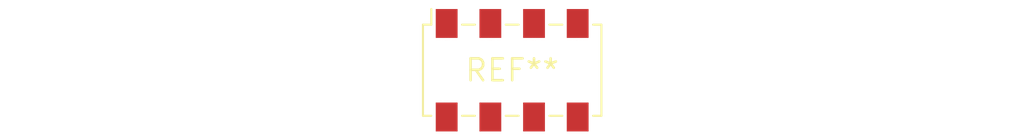
<source format=kicad_pcb>
(kicad_pcb (version 20240108) (generator pcbnew)
  (layers (0 "F.Cu" signal) (31 "B.Cu" signal) (34 "B.Paste" user) (35 "F.Paste" user) (36 "B.SilkS" user "B.Silkscreen") (37 "F.SilkS" user "F.Silkscreen") (38 "B.Mask" user) (39 "F.Mask" user) (44 "Edge.Cuts" user))
  (net 0 "")
  (footprint "Samtec_HLE-104-02-xxx-DV-BE_2x04_P2.54mm_Horizontal" (layer "F.Cu") (at 0 0)
    (property "Reference" "REF**")
    (property "Value" "Samtec_HLE-104-02-xxx-DV-BE_2x04_P2.54mm_Horizontal")
    (fp_line (start -5.19 -2.65) (end -5.19 2.65) (layer "F.SilkS") (stroke (width 0.12)))
    (fp_line (start -5.19 2.65) (end -4.705 2.65) (layer "F.SilkS") (stroke (width 0.12)))
    (fp_line (start -4.705 -3.56) (end -4.705 -2.65) (layer "F.SilkS") (stroke (width 0.12)))
    (fp_line (start -4.705 -2.65) (end -5.19 -2.65) (layer "F.SilkS") (stroke (width 0.12)))
    (fp_line (start -2.915 -2.65) (end -2.165 -2.65) (layer "F.SilkS") (stroke (width 0.12)))
    (fp_line (start -2.915 2.65) (end -2.165 2.65) (layer "F.SilkS") (stroke (width 0.12)))
    (fp_line (start -0.375 -2.65) (end 0.375 -2.65) (layer "F.SilkS") (stroke (width 0.12)))
    (fp_line (start -0.375 2.65) (end 0.375 2.65) (layer "F.SilkS") (stroke (width 0.12)))
    (fp_line (start 2.165 -2.65) (end 2.915 -2.65) (layer "F.SilkS") (stroke (width 0.12)))
    (fp_line (start 2.165 2.65) (end 2.915 2.65) (layer "F.SilkS") (stroke (width 0.12)))
    (fp_line (start 4.705 -2.65) (end 5.19 -2.65) (layer "F.SilkS") (stroke (width 0.12)))
    (fp_line (start 5.19 -2.65) (end 5.19 2.65) (layer "F.SilkS") (stroke (width 0.12)))
    (fp_line (start 5.19 2.65) (end 4.705 2.65) (layer "F.SilkS") (stroke (width 0.12)))
    (pad "" np_thru_hole circle (at -3.81 -1.27) (size 0.97 0.97) (drill 0.97) (layers *.Cu *.Mask))
    (pad "" np_thru_hole circle (at -3.81 1.27) (size 0.97 0.97) (drill 0.97) (layers *.Cu *.Mask))
    (pad "" np_thru_hole circle (at -1.27 -1.27) (size 0.97 0.97) (drill 0.97) (layers *.Cu *.Mask))
    (pad "" np_thru_hole circle (at -1.27 1.27) (size 0.97 0.97) (drill 0.97) (layers *.Cu *.Mask))
    (pad "" np_thru_hole circle (at 1.27 -1.27) (size 0.97 0.97) (drill 0.97) (layers *.Cu *.Mask))
    (pad "" np_thru_hole circle (at 1.27 1.27) (size 0.97 0.97) (drill 0.97) (layers *.Cu *.Mask))
    (pad "" np_thru_hole circle (at 3.81 -1.27) (size 0.97 0.97) (drill 0.97) (layers *.Cu *.Mask))
    (pad "" np_thru_hole circle (at 3.81 1.27) (size 0.97 0.97) (drill 0.97) (layers *.Cu *.Mask))
    (pad "1" smd rect (at -3.81 -2.72) (size 1.27 1.68) (layers "F.Cu" "F.Paste" "F.Mask"))
    (pad "2" smd rect (at -3.81 2.72) (size 1.27 1.68) (layers "F.Cu" "F.Paste" "F.Mask"))
    (pad "3" smd rect (at -1.27 -2.72) (size 1.27 1.68) (layers "F.Cu" "F.Paste" "F.Mask"))
    (pad "4" smd rect (at -1.27 2.72) (size 1.27 1.68) (layers "F.Cu" "F.Paste" "F.Mask"))
    (pad "5" smd rect (at 1.27 -2.72) (size 1.27 1.68) (layers "F.Cu" "F.Paste" "F.Mask"))
    (pad "6" smd rect (at 1.27 2.72) (size 1.27 1.68) (layers "F.Cu" "F.Paste" "F.Mask"))
    (pad "7" smd rect (at 3.81 -2.72) (size 1.27 1.68) (layers "F.Cu" "F.Paste" "F.Mask"))
    (pad "8" smd rect (at 3.81 2.72) (size 1.27 1.68) (layers "F.Cu" "F.Paste" "F.Mask"))
  )
)
</source>
